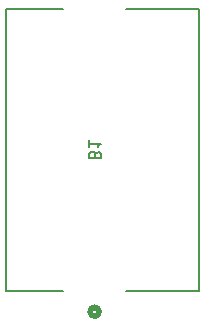
<source format=gbr>
%TF.GenerationSoftware,KiCad,Pcbnew,7.0.8*%
%TF.CreationDate,2023-11-02T17:05:13-04:00*%
%TF.ProjectId,BoostCircuit,426f6f73-7443-4697-9263-7569742e6b69,rev?*%
%TF.SameCoordinates,Original*%
%TF.FileFunction,Legend,Bot*%
%TF.FilePolarity,Positive*%
%FSLAX46Y46*%
G04 Gerber Fmt 4.6, Leading zero omitted, Abs format (unit mm)*
G04 Created by KiCad (PCBNEW 7.0.8) date 2023-11-02 17:05:13*
%MOMM*%
%LPD*%
G01*
G04 APERTURE LIST*
%ADD10C,0.150000*%
%ADD11C,0.152400*%
%ADD12C,0.508000*%
G04 APERTURE END LIST*
D10*
X131568990Y-102834761D02*
X131521371Y-102691904D01*
X131521371Y-102691904D02*
X131473752Y-102644285D01*
X131473752Y-102644285D02*
X131378514Y-102596666D01*
X131378514Y-102596666D02*
X131235657Y-102596666D01*
X131235657Y-102596666D02*
X131140419Y-102644285D01*
X131140419Y-102644285D02*
X131092800Y-102691904D01*
X131092800Y-102691904D02*
X131045180Y-102787142D01*
X131045180Y-102787142D02*
X131045180Y-103168094D01*
X131045180Y-103168094D02*
X132045180Y-103168094D01*
X132045180Y-103168094D02*
X132045180Y-102834761D01*
X132045180Y-102834761D02*
X131997561Y-102739523D01*
X131997561Y-102739523D02*
X131949942Y-102691904D01*
X131949942Y-102691904D02*
X131854704Y-102644285D01*
X131854704Y-102644285D02*
X131759466Y-102644285D01*
X131759466Y-102644285D02*
X131664228Y-102691904D01*
X131664228Y-102691904D02*
X131616609Y-102739523D01*
X131616609Y-102739523D02*
X131568990Y-102834761D01*
X131568990Y-102834761D02*
X131568990Y-103168094D01*
X131045180Y-101644285D02*
X131045180Y-102215713D01*
X131045180Y-101929999D02*
X132045180Y-101929999D01*
X132045180Y-101929999D02*
X131902323Y-102025237D01*
X131902323Y-102025237D02*
X131807085Y-102120475D01*
X131807085Y-102120475D02*
X131759466Y-102215713D01*
D11*
%TO.C,B1*%
X123981600Y-114368000D02*
X123981600Y-90492000D01*
X128860453Y-114368000D02*
X123981600Y-114368000D01*
X140364600Y-114368000D02*
X134139547Y-114368000D01*
X123981600Y-90492000D02*
X128860453Y-90492000D01*
X134139547Y-90492000D02*
X140364600Y-90492000D01*
X140364600Y-90492000D02*
X140364600Y-114368000D01*
D12*
X131881000Y-116146000D02*
G75*
G03*
X131881000Y-116146000I-381000J0D01*
G01*
%TD*%
M02*

</source>
